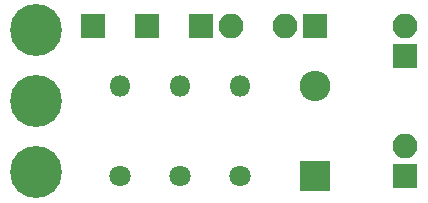
<source format=gbr>
G04 #@! TF.FileFunction,Soldermask,Bot*
%FSLAX46Y46*%
G04 Gerber Fmt 4.6, Leading zero omitted, Abs format (unit mm)*
G04 Created by KiCad (PCBNEW 4.0.6) date 2017 September 14, Thursday 21:16:53*
%MOMM*%
%LPD*%
G01*
G04 APERTURE LIST*
%ADD10C,0.100000*%
%ADD11R,2.600000X2.600000*%
%ADD12O,2.600000X2.600000*%
%ADD13R,2.100000X2.100000*%
%ADD14O,2.100000X2.100000*%
%ADD15C,1.800000*%
%ADD16O,1.800000X1.800000*%
%ADD17C,4.400000*%
G04 APERTURE END LIST*
D10*
D11*
X151130000Y-109220000D03*
D12*
X151130000Y-101600000D03*
D13*
X141478000Y-96520000D03*
D14*
X144018000Y-96520000D03*
D13*
X158750000Y-99060000D03*
D14*
X158750000Y-96520000D03*
D13*
X151130000Y-96520000D03*
D14*
X148590000Y-96520000D03*
D13*
X158750000Y-109220000D03*
D14*
X158750000Y-106680000D03*
D13*
X136906000Y-96520000D03*
X132334000Y-96520000D03*
D15*
X139700000Y-109220000D03*
D16*
X139700000Y-101600000D03*
D15*
X144780000Y-109220000D03*
D16*
X144780000Y-101600000D03*
D15*
X134620000Y-109220000D03*
D16*
X134620000Y-101600000D03*
D17*
X127508000Y-108870000D03*
X127508000Y-102870000D03*
X127508000Y-96870000D03*
M02*

</source>
